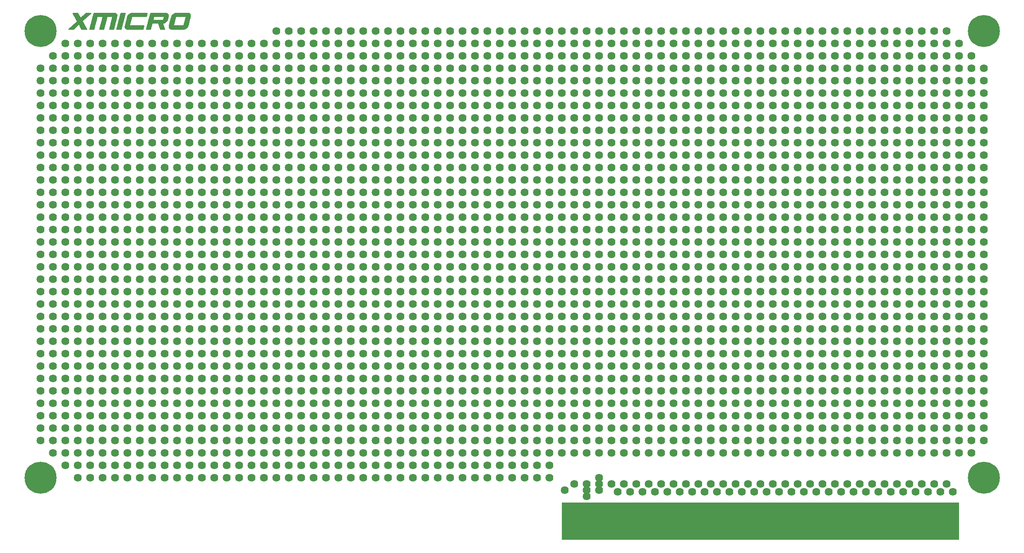
<source format=gts>
G75*
G70*
%OFA0B0*%
%FSLAX24Y24*%
%IPPOS*%
%LPD*%
%AMOC8*
5,1,8,0,0,1.08239X$1,22.5*
%
%ADD10C,0.0060*%
%ADD11R,3.2000X0.3000*%
%ADD12C,0.0640*%
%ADD13C,0.2580*%
D10*
X004461Y041254D02*
X005156Y041884D01*
X004788Y042535D01*
X005196Y042535D01*
X005418Y042129D01*
X005859Y042535D01*
X006247Y042535D01*
X005548Y041894D01*
X005920Y041254D01*
X005508Y041254D01*
X005286Y041660D01*
X004849Y041254D01*
X004461Y041254D01*
X004513Y041301D02*
X004899Y041301D01*
X004962Y041359D02*
X004577Y041359D01*
X004642Y041418D02*
X005025Y041418D01*
X005088Y041476D02*
X004706Y041476D01*
X004771Y041535D02*
X005151Y041535D01*
X005214Y041593D02*
X004835Y041593D01*
X004900Y041652D02*
X005277Y041652D01*
X005290Y041652D02*
X005689Y041652D01*
X005655Y041710D02*
X004964Y041710D01*
X005029Y041769D02*
X005621Y041769D01*
X005587Y041827D02*
X005093Y041827D01*
X005155Y041886D02*
X005553Y041886D01*
X005602Y041944D02*
X005122Y041944D01*
X005089Y042003D02*
X005666Y042003D01*
X005730Y042061D02*
X005056Y042061D01*
X005023Y042120D02*
X005794Y042120D01*
X005858Y042178D02*
X005472Y042178D01*
X005391Y042178D02*
X004990Y042178D01*
X004957Y042237D02*
X005359Y042237D01*
X005327Y042295D02*
X004924Y042295D01*
X004890Y042354D02*
X005295Y042354D01*
X005263Y042412D02*
X004857Y042412D01*
X004824Y042471D02*
X005231Y042471D01*
X005199Y042529D02*
X004791Y042529D01*
X005535Y042237D02*
X005922Y042237D01*
X005985Y042295D02*
X005599Y042295D01*
X005662Y042354D02*
X006049Y042354D01*
X006113Y042412D02*
X005726Y042412D01*
X005789Y042471D02*
X006177Y042471D01*
X006241Y042529D02*
X005853Y042529D01*
X006435Y042354D02*
X008350Y042354D01*
X008350Y042370D02*
X008350Y042296D01*
X008339Y042222D01*
X008087Y041254D01*
X007742Y041254D01*
X008007Y042264D01*
X007557Y042264D01*
X007296Y041254D01*
X006946Y041254D01*
X007211Y042264D01*
X006761Y042264D01*
X006500Y041254D01*
X006151Y041254D01*
X006482Y042535D01*
X008168Y042535D01*
X008204Y042534D01*
X008239Y042525D01*
X008272Y042508D01*
X008300Y042485D01*
X008325Y042451D01*
X008342Y042412D01*
X008350Y042370D01*
X008342Y042412D02*
X006450Y042412D01*
X006465Y042471D02*
X008310Y042471D01*
X008221Y042529D02*
X006480Y042529D01*
X006420Y042295D02*
X008350Y042295D01*
X008341Y042237D02*
X008000Y042237D01*
X007985Y042178D02*
X008327Y042178D01*
X008312Y042120D02*
X007969Y042120D01*
X007954Y042061D02*
X008297Y042061D01*
X008282Y042003D02*
X007938Y042003D01*
X007923Y041944D02*
X008267Y041944D01*
X008251Y041886D02*
X007908Y041886D01*
X007892Y041827D02*
X008236Y041827D01*
X008221Y041769D02*
X007877Y041769D01*
X007862Y041710D02*
X008206Y041710D01*
X008191Y041652D02*
X007846Y041652D01*
X007831Y041593D02*
X008176Y041593D01*
X008160Y041535D02*
X007816Y041535D01*
X007800Y041476D02*
X008145Y041476D01*
X008130Y041418D02*
X007785Y041418D01*
X007770Y041359D02*
X008115Y041359D01*
X008100Y041301D02*
X007754Y041301D01*
X007338Y041418D02*
X006989Y041418D01*
X007005Y041476D02*
X007353Y041476D01*
X007368Y041535D02*
X007020Y041535D01*
X007035Y041593D02*
X007384Y041593D01*
X007399Y041652D02*
X007051Y041652D01*
X007066Y041710D02*
X007414Y041710D01*
X007429Y041769D02*
X007081Y041769D01*
X007097Y041827D02*
X007444Y041827D01*
X007459Y041886D02*
X007112Y041886D01*
X007128Y041944D02*
X007474Y041944D01*
X007490Y042003D02*
X007143Y042003D01*
X007158Y042061D02*
X007505Y042061D01*
X007520Y042120D02*
X007174Y042120D01*
X007189Y042178D02*
X007535Y042178D01*
X007550Y042237D02*
X007204Y042237D01*
X006754Y042237D02*
X006405Y042237D01*
X006389Y042178D02*
X006739Y042178D01*
X006724Y042120D02*
X006374Y042120D01*
X006359Y042061D02*
X006709Y042061D01*
X006694Y042003D02*
X006344Y042003D01*
X006329Y041944D02*
X006679Y041944D01*
X006664Y041886D02*
X006314Y041886D01*
X006299Y041827D02*
X006649Y041827D01*
X006633Y041769D02*
X006284Y041769D01*
X006269Y041710D02*
X006618Y041710D01*
X006603Y041652D02*
X006253Y041652D01*
X006238Y041593D02*
X006588Y041593D01*
X006573Y041535D02*
X006223Y041535D01*
X006208Y041476D02*
X006558Y041476D01*
X006543Y041418D02*
X006193Y041418D01*
X006178Y041359D02*
X006527Y041359D01*
X006512Y041301D02*
X006163Y041301D01*
X005893Y041301D02*
X005482Y041301D01*
X005450Y041359D02*
X005859Y041359D01*
X005825Y041418D02*
X005418Y041418D01*
X005386Y041476D02*
X005791Y041476D01*
X005757Y041535D02*
X005354Y041535D01*
X005322Y041593D02*
X005723Y041593D01*
X006959Y041301D02*
X007308Y041301D01*
X007323Y041359D02*
X006974Y041359D01*
X008339Y041254D02*
X008670Y042535D01*
X009015Y042535D01*
X008684Y041254D01*
X008339Y041254D01*
X008351Y041301D02*
X008696Y041301D01*
X008711Y041359D02*
X008366Y041359D01*
X008381Y041418D02*
X008726Y041418D01*
X008742Y041476D02*
X008396Y041476D01*
X008411Y041535D02*
X008757Y041535D01*
X008772Y041593D02*
X008426Y041593D01*
X008441Y041652D02*
X008787Y041652D01*
X008802Y041710D02*
X008456Y041710D01*
X008472Y041769D02*
X008817Y041769D01*
X008832Y041827D02*
X008487Y041827D01*
X008502Y041886D02*
X008847Y041886D01*
X008862Y041944D02*
X008517Y041944D01*
X008532Y042003D02*
X008878Y042003D01*
X008893Y042061D02*
X008547Y042061D01*
X008562Y042120D02*
X008908Y042120D01*
X008923Y042178D02*
X008577Y042178D01*
X008592Y042237D02*
X008938Y042237D01*
X008953Y042295D02*
X008608Y042295D01*
X008623Y042354D02*
X008968Y042354D01*
X008983Y042412D02*
X008638Y042412D01*
X008653Y042471D02*
X008998Y042471D01*
X009014Y042529D02*
X008668Y042529D01*
X009203Y042273D02*
X009235Y042335D01*
X009276Y042393D01*
X009325Y042444D01*
X009369Y042482D01*
X009419Y042511D01*
X009474Y042531D01*
X009502Y042535D01*
X009529Y042535D01*
X010790Y042535D01*
X010724Y042264D01*
X009546Y042264D01*
X009357Y041525D01*
X010528Y041525D01*
X010463Y041254D01*
X009168Y041254D01*
X009139Y041256D01*
X009111Y041265D01*
X009086Y041279D01*
X009063Y041298D01*
X009036Y041335D01*
X009017Y041377D01*
X009007Y041422D01*
X009005Y041474D01*
X009011Y041525D01*
X009023Y041586D01*
X009180Y042206D01*
X009203Y042273D01*
X009215Y042295D02*
X010731Y042295D01*
X010746Y042354D02*
X009248Y042354D01*
X009295Y042412D02*
X010760Y042412D01*
X010774Y042471D02*
X009356Y042471D01*
X009468Y042529D02*
X010788Y042529D01*
X011028Y042471D02*
X011110Y042471D01*
X012438Y042471D01*
X012428Y042482D02*
X012453Y042454D01*
X012474Y042423D01*
X012488Y042389D01*
X012496Y042353D01*
X012495Y042288D01*
X012484Y042224D01*
X012441Y042063D01*
X012429Y042024D01*
X012410Y041988D01*
X012354Y041905D01*
X012286Y041831D01*
X012228Y041786D01*
X012163Y041753D01*
X012095Y041737D01*
X012026Y041729D01*
X012198Y041254D01*
X011852Y041254D01*
X011680Y041733D01*
X011180Y041733D01*
X011055Y041254D01*
X010710Y041254D01*
X011045Y042535D01*
X012288Y042535D01*
X012326Y042532D01*
X012363Y042522D01*
X012397Y042505D01*
X012428Y042482D01*
X012478Y042412D02*
X011170Y042412D01*
X011012Y042412D01*
X010997Y042354D02*
X011229Y042354D01*
X012496Y042354D01*
X012496Y042295D02*
X011288Y042295D01*
X010982Y042295D01*
X010967Y042237D02*
X011314Y042237D01*
X011320Y042264D02*
X011045Y042535D01*
X011320Y042264D01*
X012150Y042264D01*
X012082Y041985D01*
X011252Y041985D01*
X011320Y042264D01*
X011299Y042178D02*
X010951Y042178D01*
X010936Y042120D02*
X011285Y042120D01*
X011271Y042061D02*
X010921Y042061D01*
X010905Y042003D02*
X011256Y042003D01*
X011174Y041710D02*
X010829Y041710D01*
X010814Y041652D02*
X011159Y041652D01*
X011144Y041593D02*
X010798Y041593D01*
X010783Y041535D02*
X011128Y041535D01*
X011113Y041476D02*
X010768Y041476D01*
X010753Y041418D02*
X011098Y041418D01*
X011083Y041359D02*
X010737Y041359D01*
X010722Y041301D02*
X011068Y041301D01*
X010844Y041769D02*
X012194Y041769D01*
X012281Y041827D02*
X010860Y041827D01*
X010875Y041886D02*
X012337Y041886D01*
X012381Y041944D02*
X010890Y041944D01*
X010516Y041476D02*
X009005Y041476D01*
X009008Y041418D02*
X010502Y041418D01*
X010488Y041359D02*
X009025Y041359D01*
X009062Y041301D02*
X010474Y041301D01*
X011689Y041710D02*
X012033Y041710D01*
X012054Y041652D02*
X011709Y041652D01*
X011730Y041593D02*
X012075Y041593D01*
X012096Y041535D02*
X011751Y041535D01*
X011772Y041476D02*
X012117Y041476D01*
X012138Y041418D02*
X011793Y041418D01*
X011814Y041359D02*
X012159Y041359D01*
X012180Y041301D02*
X011835Y041301D01*
X012562Y041400D02*
X012576Y041358D01*
X012586Y041332D01*
X012603Y041309D01*
X012623Y041289D01*
X012647Y041273D01*
X012673Y041261D01*
X012701Y041256D01*
X012729Y041254D01*
X013743Y041254D01*
X013784Y041255D01*
X013824Y041263D01*
X013863Y041280D01*
X013898Y041302D01*
X013947Y041341D01*
X013990Y041386D01*
X014033Y041442D01*
X014067Y041504D01*
X014091Y041571D01*
X014263Y042230D01*
X014271Y042284D01*
X014271Y042339D01*
X014266Y042384D01*
X014253Y042428D01*
X014235Y042462D01*
X014210Y042492D01*
X014178Y042514D01*
X014142Y042529D01*
X014104Y042535D01*
X013115Y042535D01*
X013095Y042264D01*
X013115Y042535D01*
X013072Y042535D01*
X013018Y042527D01*
X012966Y042509D01*
X012919Y042481D01*
X012857Y042423D01*
X012806Y042356D01*
X012765Y042284D01*
X012735Y042206D01*
X012568Y041577D01*
X012560Y041538D01*
X012556Y041444D01*
X012562Y041400D01*
X012560Y041418D02*
X014014Y041418D01*
X014051Y041476D02*
X012557Y041476D01*
X012560Y041535D02*
X012902Y041535D01*
X012900Y041525D02*
X013732Y041525D01*
X013927Y042264D01*
X013095Y042264D01*
X012900Y041525D01*
X012918Y041593D02*
X012572Y041593D01*
X012588Y041652D02*
X012933Y041652D01*
X012949Y041710D02*
X012603Y041710D01*
X012619Y041769D02*
X012964Y041769D01*
X012979Y041827D02*
X012635Y041827D01*
X012650Y041886D02*
X012995Y041886D01*
X013010Y041944D02*
X012666Y041944D01*
X012681Y042003D02*
X013026Y042003D01*
X013041Y042061D02*
X012697Y042061D01*
X012712Y042120D02*
X013057Y042120D01*
X013072Y042178D02*
X012728Y042178D01*
X012747Y042237D02*
X013088Y042237D01*
X013097Y042295D02*
X014271Y042295D01*
X014269Y042354D02*
X013102Y042354D01*
X012804Y042354D01*
X012771Y042295D02*
X013097Y042295D01*
X013106Y042412D02*
X014258Y042412D01*
X014228Y042471D02*
X013110Y042471D01*
X012908Y042471D01*
X012849Y042412D02*
X013106Y042412D01*
X013115Y042529D02*
X014141Y042529D01*
X014264Y042237D02*
X013920Y042237D01*
X013905Y042178D02*
X014249Y042178D01*
X014234Y042120D02*
X013889Y042120D01*
X013874Y042061D02*
X014219Y042061D01*
X014204Y042003D02*
X013858Y042003D01*
X013843Y041944D02*
X014188Y041944D01*
X014173Y041886D02*
X013827Y041886D01*
X013812Y041827D02*
X014158Y041827D01*
X014143Y041769D02*
X013796Y041769D01*
X013781Y041710D02*
X014128Y041710D01*
X014112Y041652D02*
X013765Y041652D01*
X013750Y041593D02*
X014097Y041593D01*
X014078Y041535D02*
X013734Y041535D01*
X013896Y041301D02*
X012611Y041301D01*
X012575Y041359D02*
X013964Y041359D01*
X012418Y042003D02*
X012086Y042003D01*
X012101Y042061D02*
X012441Y042061D01*
X012457Y042120D02*
X012115Y042120D01*
X012129Y042178D02*
X012472Y042178D01*
X012487Y042237D02*
X012144Y042237D01*
X012338Y042529D02*
X011051Y042529D01*
X011043Y042529D01*
X009539Y042237D02*
X009191Y042237D01*
X009173Y042178D02*
X009524Y042178D01*
X009509Y042120D02*
X009158Y042120D01*
X009144Y042061D02*
X009494Y042061D01*
X009479Y042003D02*
X009129Y042003D01*
X009114Y041944D02*
X009464Y041944D01*
X009449Y041886D02*
X009099Y041886D01*
X009084Y041827D02*
X009434Y041827D01*
X009419Y041769D02*
X009069Y041769D01*
X009054Y041710D02*
X009404Y041710D01*
X009389Y041652D02*
X009039Y041652D01*
X009024Y041593D02*
X009374Y041593D01*
X009359Y041535D02*
X009013Y041535D01*
X013033Y042529D02*
X013115Y042529D01*
D11*
X060180Y001600D03*
D12*
X059680Y003975D03*
X059180Y004600D03*
X058680Y003975D03*
X058180Y004600D03*
X057680Y003975D03*
X057180Y004600D03*
X056680Y003975D03*
X056180Y004600D03*
X055680Y003975D03*
X055180Y004600D03*
X054680Y003975D03*
X054180Y004600D03*
X053680Y003975D03*
X053180Y004600D03*
X052680Y003975D03*
X052180Y004600D03*
X051680Y003975D03*
X051180Y004600D03*
X050680Y003975D03*
X050180Y004600D03*
X049680Y003975D03*
X049180Y004600D03*
X048680Y003975D03*
X048180Y004600D03*
X047180Y004600D03*
X047180Y004100D03*
X046180Y004100D03*
X046180Y003600D03*
X046180Y004600D03*
X045180Y004600D03*
X044430Y004100D03*
X043180Y005100D03*
X042180Y005100D03*
X041180Y005100D03*
X040180Y005100D03*
X039180Y005100D03*
X038180Y005100D03*
X037180Y005100D03*
X036180Y005100D03*
X035180Y005100D03*
X034180Y005100D03*
X033180Y005100D03*
X032180Y005100D03*
X031180Y005100D03*
X030180Y005100D03*
X029180Y005100D03*
X028180Y005100D03*
X027180Y005100D03*
X026180Y005100D03*
X025180Y005100D03*
X024180Y005100D03*
X023180Y005100D03*
X022180Y005100D03*
X021180Y005100D03*
X020180Y005100D03*
X019180Y005100D03*
X018180Y005100D03*
X017180Y005100D03*
X016180Y005100D03*
X015180Y005100D03*
X014180Y005100D03*
X013180Y005100D03*
X012180Y005100D03*
X011180Y005100D03*
X010180Y005100D03*
X009180Y005100D03*
X008180Y005100D03*
X007180Y005100D03*
X006180Y005100D03*
X005180Y005100D03*
X005180Y006100D03*
X004180Y006100D03*
X004180Y007100D03*
X005180Y007100D03*
X006180Y007100D03*
X007180Y007100D03*
X007180Y006100D03*
X006180Y006100D03*
X008180Y006100D03*
X009180Y006100D03*
X010180Y006100D03*
X011180Y006100D03*
X011180Y007100D03*
X010180Y007100D03*
X009180Y007100D03*
X008180Y007100D03*
X008180Y008100D03*
X009180Y008100D03*
X010180Y008100D03*
X011180Y008100D03*
X012180Y008100D03*
X013180Y008100D03*
X014180Y008100D03*
X015180Y008100D03*
X015180Y007100D03*
X014180Y007100D03*
X013180Y007100D03*
X012180Y007100D03*
X012180Y006100D03*
X013180Y006100D03*
X014180Y006100D03*
X015180Y006100D03*
X016180Y006100D03*
X017180Y006100D03*
X018180Y006100D03*
X019180Y006100D03*
X019180Y007100D03*
X018180Y007100D03*
X017180Y007100D03*
X016180Y007100D03*
X016180Y008100D03*
X017180Y008100D03*
X018180Y008100D03*
X019180Y008100D03*
X020180Y008100D03*
X021180Y008100D03*
X022180Y008100D03*
X023180Y008100D03*
X023180Y007100D03*
X022180Y007100D03*
X021180Y007100D03*
X020180Y007100D03*
X020180Y006100D03*
X021180Y006100D03*
X022180Y006100D03*
X023180Y006100D03*
X024180Y006100D03*
X025180Y006100D03*
X026180Y006100D03*
X027180Y006100D03*
X027180Y007100D03*
X026180Y007100D03*
X025180Y007100D03*
X024180Y007100D03*
X024180Y008100D03*
X025180Y008100D03*
X026180Y008100D03*
X027180Y008100D03*
X028180Y008100D03*
X029180Y008100D03*
X030180Y008100D03*
X031180Y008100D03*
X031180Y007100D03*
X030180Y007100D03*
X029180Y007100D03*
X028180Y007100D03*
X028180Y006100D03*
X029180Y006100D03*
X030180Y006100D03*
X031180Y006100D03*
X032180Y006100D03*
X033180Y006100D03*
X034180Y006100D03*
X035180Y006100D03*
X035180Y007100D03*
X034180Y007100D03*
X033180Y007100D03*
X032180Y007100D03*
X032180Y008100D03*
X033180Y008100D03*
X034180Y008100D03*
X035180Y008100D03*
X036180Y008100D03*
X037180Y008100D03*
X038180Y008100D03*
X039180Y008100D03*
X039180Y007100D03*
X038180Y007100D03*
X037180Y007100D03*
X036180Y007100D03*
X036180Y006100D03*
X037180Y006100D03*
X038180Y006100D03*
X039180Y006100D03*
X040180Y006100D03*
X041180Y006100D03*
X042180Y006100D03*
X043180Y006100D03*
X043180Y007100D03*
X042180Y007100D03*
X041180Y007100D03*
X040180Y007100D03*
X040180Y008100D03*
X041180Y008100D03*
X042180Y008100D03*
X043180Y008100D03*
X044180Y008100D03*
X044180Y007100D03*
X045180Y007100D03*
X046180Y007100D03*
X047180Y007100D03*
X048180Y007100D03*
X048180Y008100D03*
X047180Y008100D03*
X046180Y008100D03*
X045180Y008100D03*
X045180Y009100D03*
X046180Y009100D03*
X047180Y009100D03*
X048180Y009100D03*
X048180Y010100D03*
X047180Y010100D03*
X046180Y010100D03*
X045180Y010100D03*
X045180Y011100D03*
X046180Y011100D03*
X047180Y011100D03*
X048180Y011100D03*
X048180Y012100D03*
X047180Y012100D03*
X046180Y012100D03*
X045180Y012100D03*
X044180Y012100D03*
X043180Y012100D03*
X042180Y012100D03*
X041180Y012100D03*
X040180Y012100D03*
X040180Y011100D03*
X041180Y011100D03*
X042180Y011100D03*
X043180Y011100D03*
X044180Y011100D03*
X044180Y010100D03*
X043180Y010100D03*
X042180Y010100D03*
X041180Y010100D03*
X040180Y010100D03*
X040180Y009100D03*
X041180Y009100D03*
X042180Y009100D03*
X043180Y009100D03*
X044180Y009100D03*
X039180Y009100D03*
X038180Y009100D03*
X037180Y009100D03*
X036180Y009100D03*
X036180Y010100D03*
X037180Y010100D03*
X038180Y010100D03*
X039180Y010100D03*
X039180Y011100D03*
X038180Y011100D03*
X037180Y011100D03*
X036180Y011100D03*
X036180Y012100D03*
X037180Y012100D03*
X038180Y012100D03*
X039180Y012100D03*
X039180Y013100D03*
X038180Y013100D03*
X037180Y013100D03*
X036180Y013100D03*
X036180Y014100D03*
X037180Y014100D03*
X038180Y014100D03*
X039180Y014100D03*
X039180Y015100D03*
X038180Y015100D03*
X037180Y015100D03*
X036180Y015100D03*
X035180Y015100D03*
X034180Y015100D03*
X033180Y015100D03*
X032180Y015100D03*
X032180Y014100D03*
X033180Y014100D03*
X034180Y014100D03*
X035180Y014100D03*
X035180Y013100D03*
X034180Y013100D03*
X033180Y013100D03*
X032180Y013100D03*
X031180Y013100D03*
X030180Y013100D03*
X029180Y013100D03*
X028180Y013100D03*
X028180Y014100D03*
X029180Y014100D03*
X030180Y014100D03*
X031180Y014100D03*
X031180Y015100D03*
X030180Y015100D03*
X029180Y015100D03*
X028180Y015100D03*
X027180Y015100D03*
X026180Y015100D03*
X025180Y015100D03*
X024180Y015100D03*
X024180Y014100D03*
X025180Y014100D03*
X026180Y014100D03*
X027180Y014100D03*
X027180Y013100D03*
X026180Y013100D03*
X025180Y013100D03*
X024180Y013100D03*
X023180Y013100D03*
X022180Y013100D03*
X021180Y013100D03*
X020180Y013100D03*
X020180Y014100D03*
X021180Y014100D03*
X022180Y014100D03*
X023180Y014100D03*
X023180Y015100D03*
X022180Y015100D03*
X021180Y015100D03*
X020180Y015100D03*
X019180Y015100D03*
X018180Y015100D03*
X017180Y015100D03*
X016180Y015100D03*
X016180Y014100D03*
X017180Y014100D03*
X018180Y014100D03*
X019180Y014100D03*
X019180Y013100D03*
X018180Y013100D03*
X017180Y013100D03*
X016180Y013100D03*
X015180Y013100D03*
X014180Y013100D03*
X013180Y013100D03*
X012180Y013100D03*
X012180Y014100D03*
X013180Y014100D03*
X014180Y014100D03*
X015180Y014100D03*
X015180Y015100D03*
X014180Y015100D03*
X013180Y015100D03*
X012180Y015100D03*
X011180Y015100D03*
X010180Y015100D03*
X009180Y015100D03*
X008180Y015100D03*
X008180Y014100D03*
X009180Y014100D03*
X010180Y014100D03*
X011180Y014100D03*
X011180Y013100D03*
X010180Y013100D03*
X009180Y013100D03*
X008180Y013100D03*
X007180Y013100D03*
X006180Y013100D03*
X005180Y013100D03*
X004180Y013100D03*
X004180Y014100D03*
X005180Y014100D03*
X006180Y014100D03*
X007180Y014100D03*
X007180Y015100D03*
X006180Y015100D03*
X005180Y015100D03*
X004180Y015100D03*
X003180Y015100D03*
X002180Y015100D03*
X002180Y014100D03*
X003180Y014100D03*
X003180Y013100D03*
X002180Y013100D03*
X002180Y012100D03*
X003180Y012100D03*
X003180Y011100D03*
X002180Y011100D03*
X002180Y010100D03*
X003180Y010100D03*
X003180Y009100D03*
X002180Y009100D03*
X002180Y008100D03*
X003180Y008100D03*
X003180Y007100D03*
X004180Y008100D03*
X005180Y008100D03*
X006180Y008100D03*
X007180Y008100D03*
X007180Y009100D03*
X006180Y009100D03*
X005180Y009100D03*
X004180Y009100D03*
X004180Y010100D03*
X005180Y010100D03*
X006180Y010100D03*
X007180Y010100D03*
X007180Y011100D03*
X006180Y011100D03*
X005180Y011100D03*
X004180Y011100D03*
X004180Y012100D03*
X005180Y012100D03*
X006180Y012100D03*
X007180Y012100D03*
X008180Y012100D03*
X009180Y012100D03*
X010180Y012100D03*
X011180Y012100D03*
X011180Y011100D03*
X010180Y011100D03*
X009180Y011100D03*
X008180Y011100D03*
X008180Y010100D03*
X009180Y010100D03*
X010180Y010100D03*
X011180Y010100D03*
X011180Y009100D03*
X010180Y009100D03*
X009180Y009100D03*
X008180Y009100D03*
X012180Y009100D03*
X013180Y009100D03*
X014180Y009100D03*
X015180Y009100D03*
X015180Y010100D03*
X014180Y010100D03*
X013180Y010100D03*
X012180Y010100D03*
X012180Y011100D03*
X013180Y011100D03*
X014180Y011100D03*
X015180Y011100D03*
X015180Y012100D03*
X014180Y012100D03*
X013180Y012100D03*
X012180Y012100D03*
X016180Y012100D03*
X017180Y012100D03*
X018180Y012100D03*
X019180Y012100D03*
X019180Y011100D03*
X018180Y011100D03*
X017180Y011100D03*
X016180Y011100D03*
X016180Y010100D03*
X017180Y010100D03*
X018180Y010100D03*
X019180Y010100D03*
X019180Y009100D03*
X018180Y009100D03*
X017180Y009100D03*
X016180Y009100D03*
X020180Y009100D03*
X021180Y009100D03*
X022180Y009100D03*
X023180Y009100D03*
X023180Y010100D03*
X022180Y010100D03*
X021180Y010100D03*
X020180Y010100D03*
X020180Y011100D03*
X021180Y011100D03*
X022180Y011100D03*
X023180Y011100D03*
X023180Y012100D03*
X022180Y012100D03*
X021180Y012100D03*
X020180Y012100D03*
X024180Y012100D03*
X025180Y012100D03*
X026180Y012100D03*
X027180Y012100D03*
X027180Y011100D03*
X026180Y011100D03*
X025180Y011100D03*
X024180Y011100D03*
X024180Y010100D03*
X025180Y010100D03*
X026180Y010100D03*
X027180Y010100D03*
X027180Y009100D03*
X026180Y009100D03*
X025180Y009100D03*
X024180Y009100D03*
X028180Y009100D03*
X029180Y009100D03*
X030180Y009100D03*
X031180Y009100D03*
X031180Y010100D03*
X030180Y010100D03*
X029180Y010100D03*
X028180Y010100D03*
X028180Y011100D03*
X029180Y011100D03*
X030180Y011100D03*
X031180Y011100D03*
X031180Y012100D03*
X030180Y012100D03*
X029180Y012100D03*
X028180Y012100D03*
X032180Y012100D03*
X033180Y012100D03*
X034180Y012100D03*
X035180Y012100D03*
X035180Y011100D03*
X034180Y011100D03*
X033180Y011100D03*
X032180Y011100D03*
X032180Y010100D03*
X033180Y010100D03*
X034180Y010100D03*
X035180Y010100D03*
X035180Y009100D03*
X034180Y009100D03*
X033180Y009100D03*
X032180Y009100D03*
X040180Y013100D03*
X041180Y013100D03*
X042180Y013100D03*
X043180Y013100D03*
X044180Y013100D03*
X044180Y014100D03*
X043180Y014100D03*
X042180Y014100D03*
X041180Y014100D03*
X040180Y014100D03*
X040180Y015100D03*
X041180Y015100D03*
X042180Y015100D03*
X043180Y015100D03*
X044180Y015100D03*
X045180Y015100D03*
X046180Y015100D03*
X047180Y015100D03*
X048180Y015100D03*
X048180Y014100D03*
X047180Y014100D03*
X046180Y014100D03*
X045180Y014100D03*
X045180Y013100D03*
X046180Y013100D03*
X047180Y013100D03*
X048180Y013100D03*
X049180Y013100D03*
X050180Y013100D03*
X051180Y013100D03*
X052180Y013100D03*
X052180Y014100D03*
X051180Y014100D03*
X050180Y014100D03*
X049180Y014100D03*
X049180Y015100D03*
X050180Y015100D03*
X051180Y015100D03*
X052180Y015100D03*
X053180Y015100D03*
X054180Y015100D03*
X055180Y015100D03*
X056180Y015100D03*
X056180Y014100D03*
X055180Y014100D03*
X054180Y014100D03*
X053180Y014100D03*
X053180Y013100D03*
X054180Y013100D03*
X055180Y013100D03*
X056180Y013100D03*
X057180Y013100D03*
X058180Y013100D03*
X059180Y013100D03*
X060180Y013100D03*
X060180Y014100D03*
X059180Y014100D03*
X058180Y014100D03*
X057180Y014100D03*
X057180Y015100D03*
X058180Y015100D03*
X059180Y015100D03*
X060180Y015100D03*
X061180Y015100D03*
X062180Y015100D03*
X063180Y015100D03*
X064180Y015100D03*
X064180Y014100D03*
X063180Y014100D03*
X062180Y014100D03*
X061180Y014100D03*
X061180Y013100D03*
X062180Y013100D03*
X063180Y013100D03*
X064180Y013100D03*
X065180Y013100D03*
X066180Y013100D03*
X067180Y013100D03*
X068180Y013100D03*
X068180Y014100D03*
X067180Y014100D03*
X066180Y014100D03*
X065180Y014100D03*
X065180Y015100D03*
X066180Y015100D03*
X067180Y015100D03*
X068180Y015100D03*
X069180Y015100D03*
X070180Y015100D03*
X071180Y015100D03*
X072180Y015100D03*
X072180Y014100D03*
X071180Y014100D03*
X070180Y014100D03*
X069180Y014100D03*
X069180Y013100D03*
X070180Y013100D03*
X071180Y013100D03*
X072180Y013100D03*
X073180Y013100D03*
X074180Y013100D03*
X075180Y013100D03*
X076180Y013100D03*
X076180Y014100D03*
X075180Y014100D03*
X074180Y014100D03*
X073180Y014100D03*
X073180Y015100D03*
X074180Y015100D03*
X075180Y015100D03*
X076180Y015100D03*
X077180Y015100D03*
X078180Y015100D03*
X078180Y014100D03*
X077180Y014100D03*
X077180Y013100D03*
X078180Y013100D03*
X078180Y012100D03*
X077180Y012100D03*
X077180Y011100D03*
X078180Y011100D03*
X078180Y010100D03*
X077180Y010100D03*
X077180Y009100D03*
X078180Y009100D03*
X078180Y008100D03*
X077180Y008100D03*
X077180Y007100D03*
X076180Y007100D03*
X075180Y007100D03*
X074180Y007100D03*
X073180Y007100D03*
X073180Y008100D03*
X074180Y008100D03*
X075180Y008100D03*
X076180Y008100D03*
X076180Y009100D03*
X075180Y009100D03*
X074180Y009100D03*
X073180Y009100D03*
X073180Y010100D03*
X074180Y010100D03*
X075180Y010100D03*
X076180Y010100D03*
X076180Y011100D03*
X075180Y011100D03*
X074180Y011100D03*
X073180Y011100D03*
X073180Y012100D03*
X074180Y012100D03*
X075180Y012100D03*
X076180Y012100D03*
X072180Y012100D03*
X071180Y012100D03*
X070180Y012100D03*
X069180Y012100D03*
X069180Y011100D03*
X070180Y011100D03*
X071180Y011100D03*
X072180Y011100D03*
X072180Y010100D03*
X071180Y010100D03*
X070180Y010100D03*
X069180Y010100D03*
X069180Y009100D03*
X070180Y009100D03*
X071180Y009100D03*
X072180Y009100D03*
X072180Y008100D03*
X071180Y008100D03*
X070180Y008100D03*
X069180Y008100D03*
X069180Y007100D03*
X070180Y007100D03*
X071180Y007100D03*
X072180Y007100D03*
X068180Y007100D03*
X067180Y007100D03*
X066180Y007100D03*
X065180Y007100D03*
X065180Y008100D03*
X066180Y008100D03*
X067180Y008100D03*
X068180Y008100D03*
X068180Y009100D03*
X067180Y009100D03*
X066180Y009100D03*
X065180Y009100D03*
X065180Y010100D03*
X066180Y010100D03*
X067180Y010100D03*
X068180Y010100D03*
X068180Y011100D03*
X067180Y011100D03*
X066180Y011100D03*
X065180Y011100D03*
X065180Y012100D03*
X066180Y012100D03*
X067180Y012100D03*
X068180Y012100D03*
X064180Y012100D03*
X063180Y012100D03*
X062180Y012100D03*
X061180Y012100D03*
X061180Y011100D03*
X062180Y011100D03*
X063180Y011100D03*
X064180Y011100D03*
X064180Y010100D03*
X063180Y010100D03*
X062180Y010100D03*
X061180Y010100D03*
X061180Y009100D03*
X062180Y009100D03*
X063180Y009100D03*
X064180Y009100D03*
X064180Y008100D03*
X063180Y008100D03*
X062180Y008100D03*
X061180Y008100D03*
X061180Y007100D03*
X062180Y007100D03*
X063180Y007100D03*
X064180Y007100D03*
X060180Y007100D03*
X059180Y007100D03*
X058180Y007100D03*
X057180Y007100D03*
X057180Y008100D03*
X058180Y008100D03*
X059180Y008100D03*
X060180Y008100D03*
X060180Y009100D03*
X059180Y009100D03*
X058180Y009100D03*
X057180Y009100D03*
X057180Y010100D03*
X058180Y010100D03*
X059180Y010100D03*
X060180Y010100D03*
X060180Y011100D03*
X059180Y011100D03*
X058180Y011100D03*
X057180Y011100D03*
X057180Y012100D03*
X058180Y012100D03*
X059180Y012100D03*
X060180Y012100D03*
X056180Y012100D03*
X055180Y012100D03*
X054180Y012100D03*
X053180Y012100D03*
X053180Y011100D03*
X054180Y011100D03*
X055180Y011100D03*
X056180Y011100D03*
X056180Y010100D03*
X055180Y010100D03*
X054180Y010100D03*
X053180Y010100D03*
X053180Y009100D03*
X054180Y009100D03*
X055180Y009100D03*
X056180Y009100D03*
X056180Y008100D03*
X055180Y008100D03*
X054180Y008100D03*
X053180Y008100D03*
X053180Y007100D03*
X054180Y007100D03*
X055180Y007100D03*
X056180Y007100D03*
X052180Y007100D03*
X051180Y007100D03*
X050180Y007100D03*
X049180Y007100D03*
X049180Y008100D03*
X050180Y008100D03*
X051180Y008100D03*
X052180Y008100D03*
X052180Y009100D03*
X051180Y009100D03*
X050180Y009100D03*
X049180Y009100D03*
X049180Y010100D03*
X050180Y010100D03*
X051180Y010100D03*
X052180Y010100D03*
X052180Y011100D03*
X051180Y011100D03*
X050180Y011100D03*
X049180Y011100D03*
X049180Y012100D03*
X050180Y012100D03*
X051180Y012100D03*
X052180Y012100D03*
X052180Y016100D03*
X051180Y016100D03*
X050180Y016100D03*
X049180Y016100D03*
X049180Y017100D03*
X050180Y017100D03*
X051180Y017100D03*
X052180Y017100D03*
X052180Y018100D03*
X051180Y018100D03*
X050180Y018100D03*
X049180Y018100D03*
X048180Y018100D03*
X047180Y018100D03*
X046180Y018100D03*
X045180Y018100D03*
X045180Y017100D03*
X046180Y017100D03*
X047180Y017100D03*
X048180Y017100D03*
X048180Y016100D03*
X047180Y016100D03*
X046180Y016100D03*
X045180Y016100D03*
X044180Y016100D03*
X043180Y016100D03*
X042180Y016100D03*
X041180Y016100D03*
X040180Y016100D03*
X040180Y017100D03*
X041180Y017100D03*
X042180Y017100D03*
X043180Y017100D03*
X044180Y017100D03*
X044180Y018100D03*
X043180Y018100D03*
X042180Y018100D03*
X041180Y018100D03*
X040180Y018100D03*
X039180Y018100D03*
X038180Y018100D03*
X037180Y018100D03*
X036180Y018100D03*
X036180Y017100D03*
X037180Y017100D03*
X038180Y017100D03*
X039180Y017100D03*
X039180Y016100D03*
X038180Y016100D03*
X037180Y016100D03*
X036180Y016100D03*
X035180Y016100D03*
X034180Y016100D03*
X033180Y016100D03*
X032180Y016100D03*
X032180Y017100D03*
X033180Y017100D03*
X034180Y017100D03*
X035180Y017100D03*
X035180Y018100D03*
X034180Y018100D03*
X033180Y018100D03*
X032180Y018100D03*
X031180Y018100D03*
X030180Y018100D03*
X029180Y018100D03*
X028180Y018100D03*
X028180Y017100D03*
X029180Y017100D03*
X030180Y017100D03*
X031180Y017100D03*
X031180Y016100D03*
X030180Y016100D03*
X029180Y016100D03*
X028180Y016100D03*
X027180Y016100D03*
X026180Y016100D03*
X025180Y016100D03*
X024180Y016100D03*
X024180Y017100D03*
X025180Y017100D03*
X026180Y017100D03*
X027180Y017100D03*
X027180Y018100D03*
X026180Y018100D03*
X025180Y018100D03*
X024180Y018100D03*
X023180Y018100D03*
X022180Y018100D03*
X021180Y018100D03*
X020180Y018100D03*
X020180Y017100D03*
X021180Y017100D03*
X022180Y017100D03*
X023180Y017100D03*
X023180Y016100D03*
X022180Y016100D03*
X021180Y016100D03*
X020180Y016100D03*
X019180Y016100D03*
X018180Y016100D03*
X017180Y016100D03*
X016180Y016100D03*
X016180Y017100D03*
X017180Y017100D03*
X018180Y017100D03*
X019180Y017100D03*
X019180Y018100D03*
X018180Y018100D03*
X017180Y018100D03*
X016180Y018100D03*
X015180Y018100D03*
X014180Y018100D03*
X013180Y018100D03*
X012180Y018100D03*
X012180Y017100D03*
X013180Y017100D03*
X014180Y017100D03*
X015180Y017100D03*
X015180Y016100D03*
X014180Y016100D03*
X013180Y016100D03*
X012180Y016100D03*
X011180Y016100D03*
X010180Y016100D03*
X009180Y016100D03*
X008180Y016100D03*
X008180Y017100D03*
X009180Y017100D03*
X010180Y017100D03*
X011180Y017100D03*
X011180Y018100D03*
X010180Y018100D03*
X009180Y018100D03*
X008180Y018100D03*
X007180Y018100D03*
X006180Y018100D03*
X005180Y018100D03*
X004180Y018100D03*
X004180Y017100D03*
X005180Y017100D03*
X006180Y017100D03*
X007180Y017100D03*
X007180Y016100D03*
X006180Y016100D03*
X005180Y016100D03*
X004180Y016100D03*
X003180Y016100D03*
X002180Y016100D03*
X002180Y017100D03*
X003180Y017100D03*
X003180Y018100D03*
X002180Y018100D03*
X002180Y019100D03*
X003180Y019100D03*
X003180Y020100D03*
X002180Y020100D03*
X002180Y021100D03*
X003180Y021100D03*
X004180Y021100D03*
X005180Y021100D03*
X006180Y021100D03*
X007180Y021100D03*
X007180Y020100D03*
X006180Y020100D03*
X005180Y020100D03*
X004180Y020100D03*
X004180Y019100D03*
X005180Y019100D03*
X006180Y019100D03*
X007180Y019100D03*
X008180Y019100D03*
X009180Y019100D03*
X010180Y019100D03*
X011180Y019100D03*
X011180Y020100D03*
X010180Y020100D03*
X009180Y020100D03*
X008180Y020100D03*
X008180Y021100D03*
X009180Y021100D03*
X010180Y021100D03*
X011180Y021100D03*
X012180Y021100D03*
X013180Y021100D03*
X014180Y021100D03*
X015180Y021100D03*
X015180Y020100D03*
X014180Y020100D03*
X013180Y020100D03*
X012180Y020100D03*
X012180Y019100D03*
X013180Y019100D03*
X014180Y019100D03*
X015180Y019100D03*
X016180Y019100D03*
X017180Y019100D03*
X018180Y019100D03*
X019180Y019100D03*
X019180Y020100D03*
X018180Y020100D03*
X017180Y020100D03*
X016180Y020100D03*
X016180Y021100D03*
X017180Y021100D03*
X018180Y021100D03*
X019180Y021100D03*
X020180Y021100D03*
X021180Y021100D03*
X022180Y021100D03*
X023180Y021100D03*
X023180Y020100D03*
X022180Y020100D03*
X021180Y020100D03*
X020180Y020100D03*
X020180Y019100D03*
X021180Y019100D03*
X022180Y019100D03*
X023180Y019100D03*
X024180Y019100D03*
X025180Y019100D03*
X026180Y019100D03*
X027180Y019100D03*
X027180Y020100D03*
X026180Y020100D03*
X025180Y020100D03*
X024180Y020100D03*
X024180Y021100D03*
X025180Y021100D03*
X026180Y021100D03*
X027180Y021100D03*
X028180Y021100D03*
X029180Y021100D03*
X030180Y021100D03*
X031180Y021100D03*
X031180Y020100D03*
X030180Y020100D03*
X029180Y020100D03*
X028180Y020100D03*
X028180Y019100D03*
X029180Y019100D03*
X030180Y019100D03*
X031180Y019100D03*
X032180Y019100D03*
X033180Y019100D03*
X034180Y019100D03*
X035180Y019100D03*
X035180Y020100D03*
X034180Y020100D03*
X033180Y020100D03*
X032180Y020100D03*
X032180Y021100D03*
X033180Y021100D03*
X034180Y021100D03*
X035180Y021100D03*
X036180Y021100D03*
X037180Y021100D03*
X038180Y021100D03*
X039180Y021100D03*
X039180Y020100D03*
X038180Y020100D03*
X037180Y020100D03*
X036180Y020100D03*
X036180Y019100D03*
X037180Y019100D03*
X038180Y019100D03*
X039180Y019100D03*
X040180Y019100D03*
X041180Y019100D03*
X042180Y019100D03*
X043180Y019100D03*
X044180Y019100D03*
X044180Y020100D03*
X043180Y020100D03*
X042180Y020100D03*
X041180Y020100D03*
X040180Y020100D03*
X040180Y021100D03*
X041180Y021100D03*
X042180Y021100D03*
X043180Y021100D03*
X044180Y021100D03*
X045180Y021100D03*
X046180Y021100D03*
X047180Y021100D03*
X048180Y021100D03*
X048180Y020100D03*
X047180Y020100D03*
X046180Y020100D03*
X045180Y020100D03*
X045180Y019100D03*
X046180Y019100D03*
X047180Y019100D03*
X048180Y019100D03*
X049180Y019100D03*
X050180Y019100D03*
X051180Y019100D03*
X052180Y019100D03*
X052180Y020100D03*
X051180Y020100D03*
X050180Y020100D03*
X049180Y020100D03*
X049180Y021100D03*
X050180Y021100D03*
X051180Y021100D03*
X052180Y021100D03*
X053180Y021100D03*
X054180Y021100D03*
X055180Y021100D03*
X056180Y021100D03*
X056180Y020100D03*
X055180Y020100D03*
X054180Y020100D03*
X053180Y020100D03*
X053180Y019100D03*
X054180Y019100D03*
X055180Y019100D03*
X056180Y019100D03*
X057180Y019100D03*
X058180Y019100D03*
X059180Y019100D03*
X060180Y019100D03*
X060180Y020100D03*
X059180Y020100D03*
X058180Y020100D03*
X057180Y020100D03*
X057180Y021100D03*
X058180Y021100D03*
X059180Y021100D03*
X060180Y021100D03*
X061180Y021100D03*
X062180Y021100D03*
X063180Y021100D03*
X064180Y021100D03*
X064180Y020100D03*
X063180Y020100D03*
X062180Y020100D03*
X061180Y020100D03*
X061180Y019100D03*
X062180Y019100D03*
X063180Y019100D03*
X064180Y019100D03*
X065180Y019100D03*
X066180Y019100D03*
X067180Y019100D03*
X068180Y019100D03*
X068180Y020100D03*
X067180Y020100D03*
X066180Y020100D03*
X065180Y020100D03*
X065180Y021100D03*
X066180Y021100D03*
X067180Y021100D03*
X068180Y021100D03*
X069180Y021100D03*
X070180Y021100D03*
X071180Y021100D03*
X072180Y021100D03*
X072180Y020100D03*
X071180Y020100D03*
X070180Y020100D03*
X069180Y020100D03*
X069180Y019100D03*
X070180Y019100D03*
X071180Y019100D03*
X072180Y019100D03*
X073180Y019100D03*
X074180Y019100D03*
X075180Y019100D03*
X076180Y019100D03*
X076180Y020100D03*
X075180Y020100D03*
X074180Y020100D03*
X073180Y020100D03*
X073180Y021100D03*
X074180Y021100D03*
X075180Y021100D03*
X076180Y021100D03*
X077180Y021100D03*
X078180Y021100D03*
X078180Y020100D03*
X077180Y020100D03*
X077180Y019100D03*
X078180Y019100D03*
X078180Y018100D03*
X077180Y018100D03*
X077180Y017100D03*
X078180Y017100D03*
X078180Y016100D03*
X077180Y016100D03*
X076180Y016100D03*
X075180Y016100D03*
X074180Y016100D03*
X073180Y016100D03*
X073180Y017100D03*
X074180Y017100D03*
X075180Y017100D03*
X076180Y017100D03*
X076180Y018100D03*
X075180Y018100D03*
X074180Y018100D03*
X073180Y018100D03*
X072180Y018100D03*
X071180Y018100D03*
X070180Y018100D03*
X069180Y018100D03*
X069180Y017100D03*
X070180Y017100D03*
X071180Y017100D03*
X072180Y017100D03*
X072180Y016100D03*
X071180Y016100D03*
X070180Y016100D03*
X069180Y016100D03*
X068180Y016100D03*
X067180Y016100D03*
X066180Y016100D03*
X065180Y016100D03*
X065180Y017100D03*
X066180Y017100D03*
X067180Y017100D03*
X068180Y017100D03*
X068180Y018100D03*
X067180Y018100D03*
X066180Y018100D03*
X065180Y018100D03*
X064180Y018100D03*
X063180Y018100D03*
X062180Y018100D03*
X061180Y018100D03*
X061180Y017100D03*
X062180Y017100D03*
X063180Y017100D03*
X064180Y017100D03*
X064180Y016100D03*
X063180Y016100D03*
X062180Y016100D03*
X061180Y016100D03*
X060180Y016100D03*
X059180Y016100D03*
X058180Y016100D03*
X057180Y016100D03*
X057180Y017100D03*
X058180Y017100D03*
X059180Y017100D03*
X060180Y017100D03*
X060180Y018100D03*
X059180Y018100D03*
X058180Y018100D03*
X057180Y018100D03*
X056180Y018100D03*
X055180Y018100D03*
X054180Y018100D03*
X053180Y018100D03*
X053180Y017100D03*
X054180Y017100D03*
X055180Y017100D03*
X056180Y017100D03*
X056180Y016100D03*
X055180Y016100D03*
X054180Y016100D03*
X053180Y016100D03*
X053180Y022100D03*
X054180Y022100D03*
X055180Y022100D03*
X056180Y022100D03*
X056180Y023100D03*
X055180Y023100D03*
X054180Y023100D03*
X053180Y023100D03*
X053180Y024100D03*
X054180Y024100D03*
X055180Y024100D03*
X056180Y024100D03*
X056180Y025100D03*
X055180Y025100D03*
X054180Y025100D03*
X053180Y025100D03*
X052180Y025100D03*
X051180Y025100D03*
X050180Y025100D03*
X049180Y025100D03*
X049180Y024100D03*
X050180Y024100D03*
X051180Y024100D03*
X052180Y024100D03*
X052180Y023100D03*
X051180Y023100D03*
X050180Y023100D03*
X049180Y023100D03*
X049180Y022100D03*
X050180Y022100D03*
X051180Y022100D03*
X052180Y022100D03*
X048180Y022100D03*
X047180Y022100D03*
X046180Y022100D03*
X045180Y022100D03*
X045180Y023100D03*
X046180Y023100D03*
X047180Y023100D03*
X048180Y023100D03*
X048180Y024100D03*
X047180Y024100D03*
X046180Y024100D03*
X045180Y024100D03*
X045180Y025100D03*
X046180Y025100D03*
X047180Y025100D03*
X048180Y025100D03*
X048180Y026100D03*
X047180Y026100D03*
X046180Y026100D03*
X045180Y026100D03*
X045180Y027100D03*
X046180Y027100D03*
X047180Y027100D03*
X048180Y027100D03*
X048180Y028100D03*
X047180Y028100D03*
X046180Y028100D03*
X045180Y028100D03*
X044180Y028100D03*
X043180Y028100D03*
X042180Y028100D03*
X041180Y028100D03*
X040180Y028100D03*
X040180Y027100D03*
X041180Y027100D03*
X042180Y027100D03*
X043180Y027100D03*
X044180Y027100D03*
X044180Y026100D03*
X043180Y026100D03*
X042180Y026100D03*
X041180Y026100D03*
X040180Y026100D03*
X039180Y026100D03*
X038180Y026100D03*
X037180Y026100D03*
X036180Y026100D03*
X036180Y027100D03*
X037180Y027100D03*
X038180Y027100D03*
X039180Y027100D03*
X039180Y028100D03*
X038180Y028100D03*
X037180Y028100D03*
X036180Y028100D03*
X035180Y028100D03*
X034180Y028100D03*
X033180Y028100D03*
X032180Y028100D03*
X032180Y027100D03*
X033180Y027100D03*
X034180Y027100D03*
X035180Y027100D03*
X035180Y026100D03*
X034180Y026100D03*
X033180Y026100D03*
X032180Y026100D03*
X031180Y026100D03*
X030180Y026100D03*
X029180Y026100D03*
X028180Y026100D03*
X028180Y027100D03*
X029180Y027100D03*
X030180Y027100D03*
X031180Y027100D03*
X031180Y028100D03*
X030180Y028100D03*
X029180Y028100D03*
X028180Y028100D03*
X027180Y028100D03*
X026180Y028100D03*
X025180Y028100D03*
X024180Y028100D03*
X024180Y027100D03*
X025180Y027100D03*
X026180Y027100D03*
X027180Y027100D03*
X027180Y026100D03*
X026180Y026100D03*
X025180Y026100D03*
X024180Y026100D03*
X023180Y026100D03*
X022180Y026100D03*
X021180Y026100D03*
X020180Y026100D03*
X020180Y027100D03*
X021180Y027100D03*
X022180Y027100D03*
X023180Y027100D03*
X023180Y028100D03*
X022180Y028100D03*
X021180Y028100D03*
X020180Y028100D03*
X019180Y028100D03*
X018180Y028100D03*
X017180Y028100D03*
X016180Y028100D03*
X016180Y027100D03*
X017180Y027100D03*
X018180Y027100D03*
X019180Y027100D03*
X019180Y026100D03*
X018180Y026100D03*
X017180Y026100D03*
X016180Y026100D03*
X015180Y026100D03*
X014180Y026100D03*
X013180Y026100D03*
X012180Y026100D03*
X012180Y027100D03*
X013180Y027100D03*
X014180Y027100D03*
X015180Y027100D03*
X015180Y028100D03*
X014180Y028100D03*
X013180Y028100D03*
X012180Y028100D03*
X011180Y028100D03*
X010180Y028100D03*
X009180Y028100D03*
X008180Y028100D03*
X008180Y027100D03*
X009180Y027100D03*
X010180Y027100D03*
X011180Y027100D03*
X011180Y026100D03*
X010180Y026100D03*
X009180Y026100D03*
X008180Y026100D03*
X007180Y026100D03*
X006180Y026100D03*
X005180Y026100D03*
X004180Y026100D03*
X004180Y027100D03*
X005180Y027100D03*
X006180Y027100D03*
X007180Y027100D03*
X007180Y028100D03*
X006180Y028100D03*
X005180Y028100D03*
X004180Y028100D03*
X003180Y028100D03*
X002180Y028100D03*
X002180Y027100D03*
X003180Y027100D03*
X003180Y026100D03*
X002180Y026100D03*
X002180Y025100D03*
X003180Y025100D03*
X003180Y024100D03*
X002180Y024100D03*
X002180Y023100D03*
X003180Y023100D03*
X003180Y022100D03*
X002180Y022100D03*
X004180Y022100D03*
X005180Y022100D03*
X006180Y022100D03*
X007180Y022100D03*
X007180Y023100D03*
X006180Y023100D03*
X005180Y023100D03*
X004180Y023100D03*
X004180Y024100D03*
X005180Y024100D03*
X006180Y024100D03*
X007180Y024100D03*
X007180Y025100D03*
X006180Y025100D03*
X005180Y025100D03*
X004180Y025100D03*
X008180Y025100D03*
X009180Y025100D03*
X010180Y025100D03*
X011180Y025100D03*
X011180Y024100D03*
X010180Y024100D03*
X009180Y024100D03*
X008180Y024100D03*
X008180Y023100D03*
X009180Y023100D03*
X010180Y023100D03*
X011180Y023100D03*
X011180Y022100D03*
X010180Y022100D03*
X009180Y022100D03*
X008180Y022100D03*
X012180Y022100D03*
X013180Y022100D03*
X014180Y022100D03*
X015180Y022100D03*
X015180Y023100D03*
X014180Y023100D03*
X013180Y023100D03*
X012180Y023100D03*
X012180Y024100D03*
X013180Y024100D03*
X014180Y024100D03*
X015180Y024100D03*
X015180Y025100D03*
X014180Y025100D03*
X013180Y025100D03*
X012180Y025100D03*
X016180Y025100D03*
X017180Y025100D03*
X018180Y025100D03*
X019180Y025100D03*
X019180Y024100D03*
X018180Y024100D03*
X017180Y024100D03*
X016180Y024100D03*
X016180Y023100D03*
X017180Y023100D03*
X018180Y023100D03*
X019180Y023100D03*
X019180Y022100D03*
X018180Y022100D03*
X017180Y022100D03*
X016180Y022100D03*
X020180Y022100D03*
X021180Y022100D03*
X022180Y022100D03*
X023180Y022100D03*
X023180Y023100D03*
X022180Y023100D03*
X021180Y023100D03*
X020180Y023100D03*
X020180Y024100D03*
X021180Y024100D03*
X022180Y024100D03*
X023180Y024100D03*
X023180Y025100D03*
X022180Y025100D03*
X021180Y025100D03*
X020180Y025100D03*
X024180Y025100D03*
X025180Y025100D03*
X026180Y025100D03*
X027180Y025100D03*
X027180Y024100D03*
X026180Y024100D03*
X025180Y024100D03*
X024180Y024100D03*
X024180Y023100D03*
X025180Y023100D03*
X026180Y023100D03*
X027180Y023100D03*
X027180Y022100D03*
X026180Y022100D03*
X025180Y022100D03*
X024180Y022100D03*
X028180Y022100D03*
X029180Y022100D03*
X030180Y022100D03*
X031180Y022100D03*
X031180Y023100D03*
X030180Y023100D03*
X029180Y023100D03*
X028180Y023100D03*
X028180Y024100D03*
X029180Y024100D03*
X030180Y024100D03*
X031180Y024100D03*
X031180Y025100D03*
X030180Y025100D03*
X029180Y025100D03*
X028180Y025100D03*
X032180Y025100D03*
X033180Y025100D03*
X034180Y025100D03*
X035180Y025100D03*
X035180Y024100D03*
X034180Y024100D03*
X033180Y024100D03*
X032180Y024100D03*
X032180Y023100D03*
X033180Y023100D03*
X034180Y023100D03*
X035180Y023100D03*
X035180Y022100D03*
X034180Y022100D03*
X033180Y022100D03*
X032180Y022100D03*
X036180Y022100D03*
X037180Y022100D03*
X038180Y022100D03*
X039180Y022100D03*
X039180Y023100D03*
X038180Y023100D03*
X037180Y023100D03*
X036180Y023100D03*
X036180Y024100D03*
X037180Y024100D03*
X038180Y024100D03*
X039180Y024100D03*
X039180Y025100D03*
X038180Y025100D03*
X037180Y025100D03*
X036180Y025100D03*
X040180Y025100D03*
X041180Y025100D03*
X042180Y025100D03*
X043180Y025100D03*
X044180Y025100D03*
X044180Y024100D03*
X043180Y024100D03*
X042180Y024100D03*
X041180Y024100D03*
X040180Y024100D03*
X040180Y023100D03*
X041180Y023100D03*
X042180Y023100D03*
X043180Y023100D03*
X044180Y023100D03*
X044180Y022100D03*
X043180Y022100D03*
X042180Y022100D03*
X041180Y022100D03*
X040180Y022100D03*
X049180Y026100D03*
X050180Y026100D03*
X051180Y026100D03*
X052180Y026100D03*
X052180Y027100D03*
X051180Y027100D03*
X050180Y027100D03*
X049180Y027100D03*
X049180Y028100D03*
X050180Y028100D03*
X051180Y028100D03*
X052180Y028100D03*
X053180Y028100D03*
X054180Y028100D03*
X055180Y028100D03*
X056180Y028100D03*
X056180Y027100D03*
X055180Y027100D03*
X054180Y027100D03*
X053180Y027100D03*
X053180Y026100D03*
X054180Y026100D03*
X055180Y026100D03*
X056180Y026100D03*
X057180Y026100D03*
X058180Y026100D03*
X059180Y026100D03*
X060180Y026100D03*
X060180Y027100D03*
X059180Y027100D03*
X058180Y027100D03*
X057180Y027100D03*
X057180Y028100D03*
X058180Y028100D03*
X059180Y028100D03*
X060180Y028100D03*
X061180Y028100D03*
X062180Y028100D03*
X063180Y028100D03*
X064180Y028100D03*
X064180Y027100D03*
X063180Y027100D03*
X062180Y027100D03*
X061180Y027100D03*
X061180Y026100D03*
X062180Y026100D03*
X063180Y026100D03*
X064180Y026100D03*
X065180Y026100D03*
X066180Y026100D03*
X067180Y026100D03*
X068180Y026100D03*
X068180Y027100D03*
X067180Y027100D03*
X066180Y027100D03*
X065180Y027100D03*
X065180Y028100D03*
X066180Y028100D03*
X067180Y028100D03*
X068180Y028100D03*
X069180Y028100D03*
X070180Y028100D03*
X071180Y028100D03*
X072180Y028100D03*
X072180Y027100D03*
X071180Y027100D03*
X070180Y027100D03*
X069180Y027100D03*
X069180Y026100D03*
X070180Y026100D03*
X071180Y026100D03*
X072180Y026100D03*
X073180Y026100D03*
X074180Y026100D03*
X075180Y026100D03*
X076180Y026100D03*
X076180Y027100D03*
X075180Y027100D03*
X074180Y027100D03*
X073180Y027100D03*
X073180Y028100D03*
X074180Y028100D03*
X075180Y028100D03*
X076180Y028100D03*
X077180Y028100D03*
X078180Y028100D03*
X078180Y027100D03*
X077180Y027100D03*
X077180Y026100D03*
X078180Y026100D03*
X078180Y025100D03*
X077180Y025100D03*
X077180Y024100D03*
X078180Y024100D03*
X078180Y023100D03*
X077180Y023100D03*
X077180Y022100D03*
X078180Y022100D03*
X076180Y022100D03*
X075180Y022100D03*
X074180Y022100D03*
X073180Y022100D03*
X073180Y023100D03*
X074180Y023100D03*
X075180Y023100D03*
X076180Y023100D03*
X076180Y024100D03*
X075180Y024100D03*
X074180Y024100D03*
X073180Y024100D03*
X073180Y025100D03*
X074180Y025100D03*
X075180Y025100D03*
X076180Y025100D03*
X072180Y025100D03*
X071180Y025100D03*
X070180Y025100D03*
X069180Y025100D03*
X069180Y024100D03*
X070180Y024100D03*
X071180Y024100D03*
X072180Y024100D03*
X072180Y023100D03*
X071180Y023100D03*
X070180Y023100D03*
X069180Y023100D03*
X069180Y022100D03*
X070180Y022100D03*
X071180Y022100D03*
X072180Y022100D03*
X068180Y022100D03*
X067180Y022100D03*
X066180Y022100D03*
X065180Y022100D03*
X065180Y023100D03*
X066180Y023100D03*
X067180Y023100D03*
X068180Y023100D03*
X068180Y024100D03*
X067180Y024100D03*
X066180Y024100D03*
X065180Y024100D03*
X065180Y025100D03*
X066180Y025100D03*
X067180Y025100D03*
X068180Y025100D03*
X064180Y025100D03*
X063180Y025100D03*
X062180Y025100D03*
X061180Y025100D03*
X061180Y024100D03*
X062180Y024100D03*
X063180Y024100D03*
X064180Y024100D03*
X064180Y023100D03*
X063180Y023100D03*
X062180Y023100D03*
X061180Y023100D03*
X061180Y022100D03*
X062180Y022100D03*
X063180Y022100D03*
X064180Y022100D03*
X060180Y022100D03*
X059180Y022100D03*
X058180Y022100D03*
X057180Y022100D03*
X057180Y023100D03*
X058180Y023100D03*
X059180Y023100D03*
X060180Y023100D03*
X060180Y024100D03*
X059180Y024100D03*
X058180Y024100D03*
X057180Y024100D03*
X057180Y025100D03*
X058180Y025100D03*
X059180Y025100D03*
X060180Y025100D03*
X060180Y029100D03*
X059180Y029100D03*
X058180Y029100D03*
X057180Y029100D03*
X057180Y030100D03*
X058180Y030100D03*
X059180Y030100D03*
X060180Y030100D03*
X060180Y031100D03*
X059180Y031100D03*
X058180Y031100D03*
X057180Y031100D03*
X056180Y031100D03*
X055180Y031100D03*
X054180Y031100D03*
X053180Y031100D03*
X053180Y030100D03*
X054180Y030100D03*
X055180Y030100D03*
X056180Y030100D03*
X056180Y029100D03*
X055180Y029100D03*
X054180Y029100D03*
X053180Y029100D03*
X052180Y029100D03*
X051180Y029100D03*
X050180Y029100D03*
X049180Y029100D03*
X049180Y030100D03*
X050180Y030100D03*
X051180Y030100D03*
X052180Y030100D03*
X052180Y031100D03*
X051180Y031100D03*
X050180Y031100D03*
X049180Y031100D03*
X048180Y031100D03*
X047180Y031100D03*
X046180Y031100D03*
X045180Y031100D03*
X045180Y030100D03*
X046180Y030100D03*
X047180Y030100D03*
X048180Y030100D03*
X048180Y029100D03*
X047180Y029100D03*
X046180Y029100D03*
X045180Y029100D03*
X044180Y029100D03*
X043180Y029100D03*
X042180Y029100D03*
X041180Y029100D03*
X040180Y029100D03*
X040180Y030100D03*
X041180Y030100D03*
X042180Y030100D03*
X043180Y030100D03*
X044180Y030100D03*
X044180Y031100D03*
X043180Y031100D03*
X042180Y031100D03*
X041180Y031100D03*
X040180Y031100D03*
X039180Y031100D03*
X038180Y031100D03*
X037180Y031100D03*
X036180Y031100D03*
X036180Y030100D03*
X037180Y030100D03*
X038180Y030100D03*
X039180Y030100D03*
X039180Y029100D03*
X038180Y029100D03*
X037180Y029100D03*
X036180Y029100D03*
X035180Y029100D03*
X034180Y029100D03*
X033180Y029100D03*
X032180Y029100D03*
X032180Y030100D03*
X033180Y030100D03*
X034180Y030100D03*
X035180Y030100D03*
X035180Y031100D03*
X034180Y031100D03*
X033180Y031100D03*
X032180Y031100D03*
X031180Y031100D03*
X030180Y031100D03*
X029180Y031100D03*
X028180Y031100D03*
X028180Y030100D03*
X029180Y030100D03*
X030180Y030100D03*
X031180Y030100D03*
X031180Y029100D03*
X030180Y029100D03*
X029180Y029100D03*
X028180Y029100D03*
X027180Y029100D03*
X026180Y029100D03*
X025180Y029100D03*
X024180Y029100D03*
X024180Y030100D03*
X025180Y030100D03*
X026180Y030100D03*
X027180Y030100D03*
X027180Y031100D03*
X026180Y031100D03*
X025180Y031100D03*
X024180Y031100D03*
X023180Y031100D03*
X022180Y031100D03*
X021180Y031100D03*
X020180Y031100D03*
X020180Y030100D03*
X021180Y030100D03*
X022180Y030100D03*
X023180Y030100D03*
X023180Y029100D03*
X022180Y029100D03*
X021180Y029100D03*
X020180Y029100D03*
X019180Y029100D03*
X018180Y029100D03*
X017180Y029100D03*
X016180Y029100D03*
X016180Y030100D03*
X017180Y030100D03*
X018180Y030100D03*
X019180Y030100D03*
X019180Y031100D03*
X018180Y031100D03*
X017180Y031100D03*
X016180Y031100D03*
X015180Y031100D03*
X014180Y031100D03*
X013180Y031100D03*
X012180Y031100D03*
X012180Y030100D03*
X013180Y030100D03*
X014180Y030100D03*
X015180Y030100D03*
X015180Y029100D03*
X014180Y029100D03*
X013180Y029100D03*
X012180Y029100D03*
X011180Y029100D03*
X010180Y029100D03*
X009180Y029100D03*
X008180Y029100D03*
X008180Y030100D03*
X009180Y030100D03*
X010180Y030100D03*
X011180Y030100D03*
X011180Y031100D03*
X010180Y031100D03*
X009180Y031100D03*
X008180Y031100D03*
X007180Y031100D03*
X006180Y031100D03*
X005180Y031100D03*
X004180Y031100D03*
X004180Y030100D03*
X005180Y030100D03*
X006180Y030100D03*
X007180Y030100D03*
X007180Y029100D03*
X006180Y029100D03*
X005180Y029100D03*
X004180Y029100D03*
X003180Y029100D03*
X002180Y029100D03*
X002180Y030100D03*
X003180Y030100D03*
X003180Y031100D03*
X002180Y031100D03*
X002180Y032100D03*
X003180Y032100D03*
X003180Y033100D03*
X002180Y033100D03*
X002180Y034100D03*
X003180Y034100D03*
X004180Y034100D03*
X005180Y034100D03*
X006180Y034100D03*
X007180Y034100D03*
X007180Y033100D03*
X006180Y033100D03*
X005180Y033100D03*
X004180Y033100D03*
X004180Y032100D03*
X005180Y032100D03*
X006180Y032100D03*
X007180Y032100D03*
X008180Y032100D03*
X009180Y032100D03*
X010180Y032100D03*
X011180Y032100D03*
X011180Y033100D03*
X010180Y033100D03*
X009180Y033100D03*
X008180Y033100D03*
X008180Y034100D03*
X009180Y034100D03*
X010180Y034100D03*
X011180Y034100D03*
X012180Y034100D03*
X013180Y034100D03*
X014180Y034100D03*
X015180Y034100D03*
X015180Y033100D03*
X014180Y033100D03*
X013180Y033100D03*
X012180Y033100D03*
X012180Y032100D03*
X013180Y032100D03*
X014180Y032100D03*
X015180Y032100D03*
X016180Y032100D03*
X017180Y032100D03*
X018180Y032100D03*
X019180Y032100D03*
X019180Y033100D03*
X018180Y033100D03*
X017180Y033100D03*
X016180Y033100D03*
X016180Y034100D03*
X017180Y034100D03*
X018180Y034100D03*
X019180Y034100D03*
X020180Y034100D03*
X021180Y034100D03*
X022180Y034100D03*
X023180Y034100D03*
X023180Y033100D03*
X022180Y033100D03*
X021180Y033100D03*
X020180Y033100D03*
X020180Y032100D03*
X021180Y032100D03*
X022180Y032100D03*
X023180Y032100D03*
X024180Y032100D03*
X025180Y032100D03*
X026180Y032100D03*
X027180Y032100D03*
X027180Y033100D03*
X026180Y033100D03*
X025180Y033100D03*
X024180Y033100D03*
X024180Y034100D03*
X025180Y034100D03*
X026180Y034100D03*
X027180Y034100D03*
X028180Y034100D03*
X029180Y034100D03*
X030180Y034100D03*
X031180Y034100D03*
X031180Y033100D03*
X030180Y033100D03*
X029180Y033100D03*
X028180Y033100D03*
X028180Y032100D03*
X029180Y032100D03*
X030180Y032100D03*
X031180Y032100D03*
X032180Y032100D03*
X033180Y032100D03*
X034180Y032100D03*
X035180Y032100D03*
X035180Y033100D03*
X034180Y033100D03*
X033180Y033100D03*
X032180Y033100D03*
X032180Y034100D03*
X033180Y034100D03*
X034180Y034100D03*
X035180Y034100D03*
X036180Y034100D03*
X037180Y034100D03*
X038180Y034100D03*
X039180Y034100D03*
X039180Y033100D03*
X038180Y033100D03*
X037180Y033100D03*
X036180Y033100D03*
X036180Y032100D03*
X037180Y032100D03*
X038180Y032100D03*
X039180Y032100D03*
X040180Y032100D03*
X041180Y032100D03*
X042180Y032100D03*
X043180Y032100D03*
X044180Y032100D03*
X044180Y033100D03*
X043180Y033100D03*
X042180Y033100D03*
X041180Y033100D03*
X040180Y033100D03*
X040180Y034100D03*
X041180Y034100D03*
X042180Y034100D03*
X043180Y034100D03*
X044180Y034100D03*
X045180Y034100D03*
X046180Y034100D03*
X047180Y034100D03*
X048180Y034100D03*
X048180Y033100D03*
X047180Y033100D03*
X046180Y033100D03*
X045180Y033100D03*
X045180Y032100D03*
X046180Y032100D03*
X047180Y032100D03*
X048180Y032100D03*
X049180Y032100D03*
X050180Y032100D03*
X051180Y032100D03*
X052180Y032100D03*
X052180Y033100D03*
X051180Y033100D03*
X050180Y033100D03*
X049180Y033100D03*
X049180Y034100D03*
X050180Y034100D03*
X051180Y034100D03*
X052180Y034100D03*
X053180Y034100D03*
X054180Y034100D03*
X055180Y034100D03*
X056180Y034100D03*
X056180Y033100D03*
X055180Y033100D03*
X054180Y033100D03*
X053180Y033100D03*
X053180Y032100D03*
X054180Y032100D03*
X055180Y032100D03*
X056180Y032100D03*
X057180Y032100D03*
X058180Y032100D03*
X059180Y032100D03*
X060180Y032100D03*
X060180Y033100D03*
X059180Y033100D03*
X058180Y033100D03*
X057180Y033100D03*
X057180Y034100D03*
X058180Y034100D03*
X059180Y034100D03*
X060180Y034100D03*
X061180Y034100D03*
X062180Y034100D03*
X063180Y034100D03*
X064180Y034100D03*
X064180Y033100D03*
X063180Y033100D03*
X062180Y033100D03*
X061180Y033100D03*
X061180Y032100D03*
X062180Y032100D03*
X063180Y032100D03*
X064180Y032100D03*
X065180Y032100D03*
X066180Y032100D03*
X067180Y032100D03*
X068180Y032100D03*
X068180Y033100D03*
X067180Y033100D03*
X066180Y033100D03*
X065180Y033100D03*
X065180Y034100D03*
X066180Y034100D03*
X067180Y034100D03*
X068180Y034100D03*
X069180Y034100D03*
X070180Y034100D03*
X071180Y034100D03*
X072180Y034100D03*
X072180Y033100D03*
X071180Y033100D03*
X070180Y033100D03*
X069180Y033100D03*
X069180Y032100D03*
X070180Y032100D03*
X071180Y032100D03*
X072180Y032100D03*
X073180Y032100D03*
X074180Y032100D03*
X075180Y032100D03*
X076180Y032100D03*
X076180Y033100D03*
X075180Y033100D03*
X074180Y033100D03*
X073180Y033100D03*
X073180Y034100D03*
X074180Y034100D03*
X075180Y034100D03*
X076180Y034100D03*
X077180Y034100D03*
X078180Y034100D03*
X078180Y033100D03*
X077180Y033100D03*
X077180Y032100D03*
X078180Y032100D03*
X078180Y031100D03*
X077180Y031100D03*
X077180Y030100D03*
X078180Y030100D03*
X078180Y029100D03*
X077180Y029100D03*
X076180Y029100D03*
X075180Y029100D03*
X074180Y029100D03*
X073180Y029100D03*
X073180Y030100D03*
X074180Y030100D03*
X075180Y030100D03*
X076180Y030100D03*
X076180Y031100D03*
X075180Y031100D03*
X074180Y031100D03*
X073180Y031100D03*
X072180Y031100D03*
X071180Y031100D03*
X070180Y031100D03*
X069180Y031100D03*
X069180Y030100D03*
X070180Y030100D03*
X071180Y030100D03*
X072180Y030100D03*
X072180Y029100D03*
X071180Y029100D03*
X070180Y029100D03*
X069180Y029100D03*
X068180Y029100D03*
X067180Y029100D03*
X066180Y029100D03*
X065180Y029100D03*
X065180Y030100D03*
X066180Y030100D03*
X067180Y030100D03*
X068180Y030100D03*
X068180Y031100D03*
X067180Y031100D03*
X066180Y031100D03*
X065180Y031100D03*
X064180Y031100D03*
X063180Y031100D03*
X062180Y031100D03*
X061180Y031100D03*
X061180Y030100D03*
X062180Y030100D03*
X063180Y030100D03*
X064180Y030100D03*
X064180Y029100D03*
X063180Y029100D03*
X062180Y029100D03*
X061180Y029100D03*
X061180Y035100D03*
X062180Y035100D03*
X063180Y035100D03*
X064180Y035100D03*
X064180Y036100D03*
X063180Y036100D03*
X062180Y036100D03*
X061180Y036100D03*
X061180Y037100D03*
X062180Y037100D03*
X063180Y037100D03*
X064180Y037100D03*
X065180Y037100D03*
X066180Y037100D03*
X067180Y037100D03*
X068180Y037100D03*
X068180Y036100D03*
X067180Y036100D03*
X066180Y036100D03*
X065180Y036100D03*
X065180Y035100D03*
X066180Y035100D03*
X067180Y035100D03*
X068180Y035100D03*
X069180Y035100D03*
X070180Y035100D03*
X071180Y035100D03*
X072180Y035100D03*
X072180Y036100D03*
X071180Y036100D03*
X070180Y036100D03*
X069180Y036100D03*
X069180Y037100D03*
X070180Y037100D03*
X071180Y037100D03*
X072180Y037100D03*
X073180Y037100D03*
X074180Y037100D03*
X075180Y037100D03*
X076180Y037100D03*
X076180Y036100D03*
X075180Y036100D03*
X074180Y036100D03*
X073180Y036100D03*
X073180Y035100D03*
X074180Y035100D03*
X075180Y035100D03*
X076180Y035100D03*
X077180Y035100D03*
X078180Y035100D03*
X078180Y036100D03*
X077180Y036100D03*
X077180Y037100D03*
X078180Y037100D03*
X078180Y038100D03*
X077180Y038100D03*
X077180Y039100D03*
X076180Y039100D03*
X075180Y039100D03*
X074180Y039100D03*
X073180Y039100D03*
X073180Y038100D03*
X074180Y038100D03*
X075180Y038100D03*
X076180Y038100D03*
X076180Y040100D03*
X075180Y040100D03*
X074180Y040100D03*
X073180Y040100D03*
X073180Y041100D03*
X074180Y041100D03*
X075180Y041100D03*
X072180Y041100D03*
X071180Y041100D03*
X070180Y041100D03*
X069180Y041100D03*
X069180Y040100D03*
X070180Y040100D03*
X071180Y040100D03*
X072180Y040100D03*
X072180Y039100D03*
X071180Y039100D03*
X070180Y039100D03*
X069180Y039100D03*
X069180Y038100D03*
X070180Y038100D03*
X071180Y038100D03*
X072180Y038100D03*
X068180Y038100D03*
X067180Y038100D03*
X066180Y038100D03*
X065180Y038100D03*
X065180Y039100D03*
X066180Y039100D03*
X067180Y039100D03*
X068180Y039100D03*
X068180Y040100D03*
X067180Y040100D03*
X066180Y040100D03*
X065180Y040100D03*
X065180Y041100D03*
X066180Y041100D03*
X067180Y041100D03*
X068180Y041100D03*
X064180Y041100D03*
X063180Y041100D03*
X062180Y041100D03*
X061180Y041100D03*
X061180Y040100D03*
X062180Y040100D03*
X063180Y040100D03*
X064180Y040100D03*
X064180Y039100D03*
X063180Y039100D03*
X062180Y039100D03*
X061180Y039100D03*
X061180Y038100D03*
X062180Y038100D03*
X063180Y038100D03*
X064180Y038100D03*
X060180Y038100D03*
X059180Y038100D03*
X058180Y038100D03*
X057180Y038100D03*
X057180Y039100D03*
X058180Y039100D03*
X059180Y039100D03*
X060180Y039100D03*
X060180Y040100D03*
X059180Y040100D03*
X058180Y040100D03*
X057180Y040100D03*
X057180Y041100D03*
X058180Y041100D03*
X059180Y041100D03*
X060180Y041100D03*
X056180Y041100D03*
X055180Y041100D03*
X054180Y041100D03*
X053180Y041100D03*
X053180Y040100D03*
X054180Y040100D03*
X055180Y040100D03*
X056180Y040100D03*
X056180Y039100D03*
X055180Y039100D03*
X054180Y039100D03*
X053180Y039100D03*
X053180Y038100D03*
X054180Y038100D03*
X055180Y038100D03*
X056180Y038100D03*
X056180Y037100D03*
X055180Y037100D03*
X054180Y037100D03*
X053180Y037100D03*
X053180Y036100D03*
X054180Y036100D03*
X055180Y036100D03*
X056180Y036100D03*
X056180Y035100D03*
X055180Y035100D03*
X054180Y035100D03*
X053180Y035100D03*
X052180Y035100D03*
X051180Y035100D03*
X050180Y035100D03*
X049180Y035100D03*
X049180Y036100D03*
X050180Y036100D03*
X051180Y036100D03*
X052180Y036100D03*
X052180Y037100D03*
X051180Y037100D03*
X050180Y037100D03*
X049180Y037100D03*
X048180Y037100D03*
X047180Y037100D03*
X046180Y037100D03*
X045180Y037100D03*
X045180Y036100D03*
X046180Y036100D03*
X047180Y036100D03*
X048180Y036100D03*
X048180Y035100D03*
X047180Y035100D03*
X046180Y035100D03*
X045180Y035100D03*
X044180Y035100D03*
X043180Y035100D03*
X042180Y035100D03*
X041180Y035100D03*
X040180Y035100D03*
X040180Y036100D03*
X041180Y036100D03*
X042180Y036100D03*
X043180Y036100D03*
X044180Y036100D03*
X044180Y037100D03*
X043180Y037100D03*
X042180Y037100D03*
X041180Y037100D03*
X040180Y037100D03*
X039180Y037100D03*
X038180Y037100D03*
X037180Y037100D03*
X036180Y037100D03*
X036180Y036100D03*
X037180Y036100D03*
X038180Y036100D03*
X039180Y036100D03*
X039180Y035100D03*
X038180Y035100D03*
X037180Y035100D03*
X036180Y035100D03*
X035180Y035100D03*
X034180Y035100D03*
X033180Y035100D03*
X032180Y035100D03*
X032180Y036100D03*
X033180Y036100D03*
X034180Y036100D03*
X035180Y036100D03*
X035180Y037100D03*
X034180Y037100D03*
X033180Y037100D03*
X032180Y037100D03*
X031180Y037100D03*
X030180Y037100D03*
X029180Y037100D03*
X028180Y037100D03*
X028180Y036100D03*
X029180Y036100D03*
X030180Y036100D03*
X031180Y036100D03*
X031180Y035100D03*
X030180Y035100D03*
X029180Y035100D03*
X028180Y035100D03*
X027180Y035100D03*
X026180Y035100D03*
X025180Y035100D03*
X024180Y035100D03*
X024180Y036100D03*
X025180Y036100D03*
X026180Y036100D03*
X027180Y036100D03*
X027180Y037100D03*
X026180Y037100D03*
X025180Y037100D03*
X024180Y037100D03*
X023180Y037100D03*
X022180Y037100D03*
X021180Y037100D03*
X020180Y037100D03*
X020180Y036100D03*
X021180Y036100D03*
X022180Y036100D03*
X023180Y036100D03*
X023180Y035100D03*
X022180Y035100D03*
X021180Y035100D03*
X020180Y035100D03*
X019180Y035100D03*
X018180Y035100D03*
X017180Y035100D03*
X016180Y035100D03*
X016180Y036100D03*
X017180Y036100D03*
X018180Y036100D03*
X019180Y036100D03*
X019180Y037100D03*
X018180Y037100D03*
X017180Y037100D03*
X016180Y037100D03*
X015180Y037100D03*
X014180Y037100D03*
X013180Y037100D03*
X012180Y037100D03*
X012180Y036100D03*
X013180Y036100D03*
X014180Y036100D03*
X015180Y036100D03*
X015180Y035100D03*
X014180Y035100D03*
X013180Y035100D03*
X012180Y035100D03*
X011180Y035100D03*
X010180Y035100D03*
X009180Y035100D03*
X008180Y035100D03*
X008180Y036100D03*
X009180Y036100D03*
X010180Y036100D03*
X011180Y036100D03*
X011180Y037100D03*
X010180Y037100D03*
X009180Y037100D03*
X008180Y037100D03*
X007180Y037100D03*
X006180Y037100D03*
X005180Y037100D03*
X004180Y037100D03*
X004180Y036100D03*
X005180Y036100D03*
X006180Y036100D03*
X007180Y036100D03*
X007180Y035100D03*
X006180Y035100D03*
X005180Y035100D03*
X004180Y035100D03*
X003180Y035100D03*
X002180Y035100D03*
X002180Y036100D03*
X003180Y036100D03*
X003180Y037100D03*
X002180Y037100D03*
X002180Y038100D03*
X003180Y038100D03*
X003180Y039100D03*
X004180Y039100D03*
X005180Y039100D03*
X006180Y039100D03*
X007180Y039100D03*
X007180Y038100D03*
X006180Y038100D03*
X005180Y038100D03*
X004180Y038100D03*
X004180Y040100D03*
X005180Y040100D03*
X006180Y040100D03*
X007180Y040100D03*
X008180Y040100D03*
X009180Y040100D03*
X010180Y040100D03*
X011180Y040100D03*
X011180Y039100D03*
X010180Y039100D03*
X009180Y039100D03*
X008180Y039100D03*
X008180Y038100D03*
X009180Y038100D03*
X010180Y038100D03*
X011180Y038100D03*
X012180Y038100D03*
X013180Y038100D03*
X014180Y038100D03*
X015180Y038100D03*
X015180Y039100D03*
X014180Y039100D03*
X013180Y039100D03*
X012180Y039100D03*
X012180Y040100D03*
X013180Y040100D03*
X014180Y040100D03*
X015180Y040100D03*
X016180Y040100D03*
X017180Y040100D03*
X018180Y040100D03*
X019180Y040100D03*
X019180Y039100D03*
X018180Y039100D03*
X017180Y039100D03*
X016180Y039100D03*
X016180Y038100D03*
X017180Y038100D03*
X018180Y038100D03*
X019180Y038100D03*
X020180Y038100D03*
X021180Y038100D03*
X022180Y038100D03*
X023180Y038100D03*
X023180Y039100D03*
X022180Y039100D03*
X021180Y039100D03*
X020180Y039100D03*
X020180Y040100D03*
X021180Y040100D03*
X022180Y040100D03*
X023180Y040100D03*
X023180Y041100D03*
X022180Y041100D03*
X021180Y041100D03*
X024180Y041100D03*
X025180Y041100D03*
X026180Y041100D03*
X027180Y041100D03*
X027180Y040100D03*
X026180Y040100D03*
X025180Y040100D03*
X024180Y040100D03*
X024180Y039100D03*
X025180Y039100D03*
X026180Y039100D03*
X027180Y039100D03*
X027180Y038100D03*
X026180Y038100D03*
X025180Y038100D03*
X024180Y038100D03*
X028180Y038100D03*
X029180Y038100D03*
X030180Y038100D03*
X031180Y038100D03*
X031180Y039100D03*
X030180Y039100D03*
X029180Y039100D03*
X028180Y039100D03*
X028180Y040100D03*
X029180Y040100D03*
X030180Y040100D03*
X031180Y040100D03*
X031180Y041100D03*
X030180Y041100D03*
X029180Y041100D03*
X028180Y041100D03*
X032180Y041100D03*
X033180Y041100D03*
X034180Y041100D03*
X035180Y041100D03*
X035180Y040100D03*
X034180Y040100D03*
X033180Y040100D03*
X032180Y040100D03*
X032180Y039100D03*
X033180Y039100D03*
X034180Y039100D03*
X035180Y039100D03*
X035180Y038100D03*
X034180Y038100D03*
X033180Y038100D03*
X032180Y038100D03*
X036180Y038100D03*
X037180Y038100D03*
X038180Y038100D03*
X039180Y038100D03*
X039180Y039100D03*
X038180Y039100D03*
X037180Y039100D03*
X036180Y039100D03*
X036180Y040100D03*
X037180Y040100D03*
X038180Y040100D03*
X039180Y040100D03*
X039180Y041100D03*
X038180Y041100D03*
X037180Y041100D03*
X036180Y041100D03*
X040180Y041100D03*
X041180Y041100D03*
X042180Y041100D03*
X043180Y041100D03*
X044180Y041100D03*
X044180Y040100D03*
X043180Y040100D03*
X042180Y040100D03*
X041180Y040100D03*
X040180Y040100D03*
X040180Y039100D03*
X041180Y039100D03*
X042180Y039100D03*
X043180Y039100D03*
X044180Y039100D03*
X044180Y038100D03*
X043180Y038100D03*
X042180Y038100D03*
X041180Y038100D03*
X040180Y038100D03*
X045180Y038100D03*
X046180Y038100D03*
X047180Y038100D03*
X048180Y038100D03*
X048180Y039100D03*
X047180Y039100D03*
X046180Y039100D03*
X045180Y039100D03*
X045180Y040100D03*
X046180Y040100D03*
X047180Y040100D03*
X048180Y040100D03*
X048180Y041100D03*
X047180Y041100D03*
X046180Y041100D03*
X045180Y041100D03*
X049180Y041100D03*
X050180Y041100D03*
X051180Y041100D03*
X052180Y041100D03*
X052180Y040100D03*
X051180Y040100D03*
X050180Y040100D03*
X049180Y040100D03*
X049180Y039100D03*
X050180Y039100D03*
X051180Y039100D03*
X052180Y039100D03*
X052180Y038100D03*
X051180Y038100D03*
X050180Y038100D03*
X049180Y038100D03*
X057180Y037100D03*
X058180Y037100D03*
X059180Y037100D03*
X060180Y037100D03*
X060180Y036100D03*
X059180Y036100D03*
X058180Y036100D03*
X057180Y036100D03*
X057180Y035100D03*
X058180Y035100D03*
X059180Y035100D03*
X060180Y035100D03*
X047180Y005100D03*
X060180Y004600D03*
X060680Y003975D03*
X061180Y004600D03*
X061680Y003975D03*
X062180Y004600D03*
X062680Y003975D03*
X063180Y004600D03*
X063680Y003975D03*
X064180Y004600D03*
X064680Y003975D03*
X065180Y004600D03*
X065680Y003975D03*
X066180Y004600D03*
X066680Y003975D03*
X067180Y004600D03*
X067680Y003975D03*
X068180Y004600D03*
X068680Y003975D03*
X069180Y004600D03*
X069680Y003975D03*
X070180Y004600D03*
X070680Y003975D03*
X071180Y004600D03*
X071680Y003975D03*
X072180Y004600D03*
X072680Y003975D03*
X073180Y004600D03*
X073680Y003975D03*
X074180Y004600D03*
X074680Y003975D03*
X075180Y004600D03*
X075680Y003975D03*
D13*
X002180Y005100D03*
X002180Y041100D03*
X078180Y041100D03*
X078180Y005100D03*
M02*

</source>
